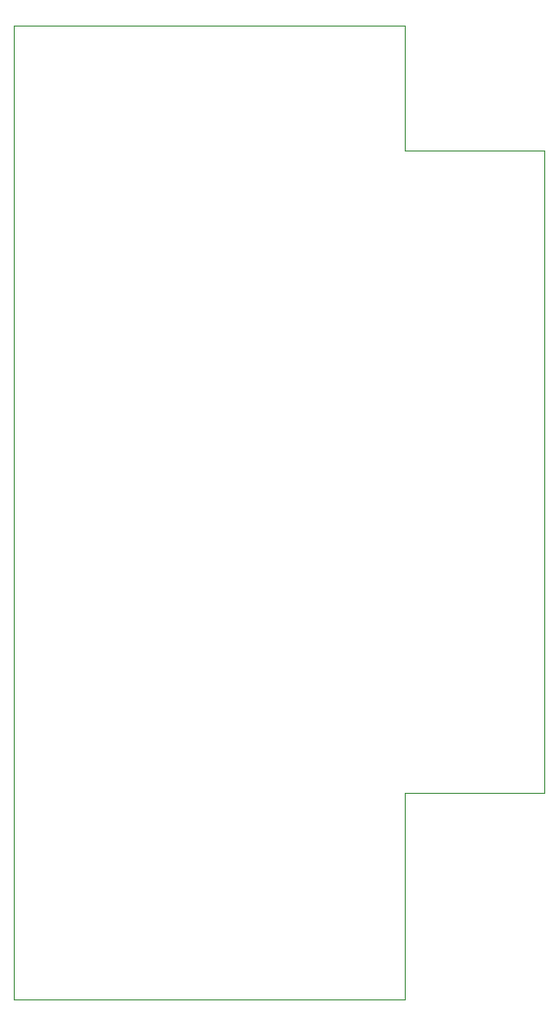
<source format=gbr>
%TF.GenerationSoftware,KiCad,Pcbnew,6.0.7*%
%TF.CreationDate,2022-09-06T19:52:02+02:00*%
%TF.ProjectId,srambrd,7372616d-6272-4642-9e6b-696361645f70,rev?*%
%TF.SameCoordinates,Original*%
%TF.FileFunction,Profile,NP*%
%FSLAX46Y46*%
G04 Gerber Fmt 4.6, Leading zero omitted, Abs format (unit mm)*
G04 Created by KiCad (PCBNEW 6.0.7) date 2022-09-06 19:52:02*
%MOMM*%
%LPD*%
G01*
G04 APERTURE LIST*
%TA.AperFunction,Profile*%
%ADD10C,0.100000*%
%TD*%
G04 APERTURE END LIST*
D10*
X136525000Y-69850000D02*
X136525000Y-70485000D01*
X148590000Y-125730000D02*
X136525000Y-125730000D01*
X102870000Y-59690000D02*
X136525000Y-59690000D01*
X136525000Y-70485000D02*
X148590000Y-70485000D01*
X102870000Y-143510000D02*
X102870000Y-59690000D01*
X136525000Y-143510000D02*
X102870000Y-143510000D01*
X136525000Y-143510000D02*
X136525000Y-125730000D01*
X136525000Y-59690000D02*
X136525000Y-69850000D01*
X148590000Y-125730000D02*
X148590000Y-70485000D01*
M02*

</source>
